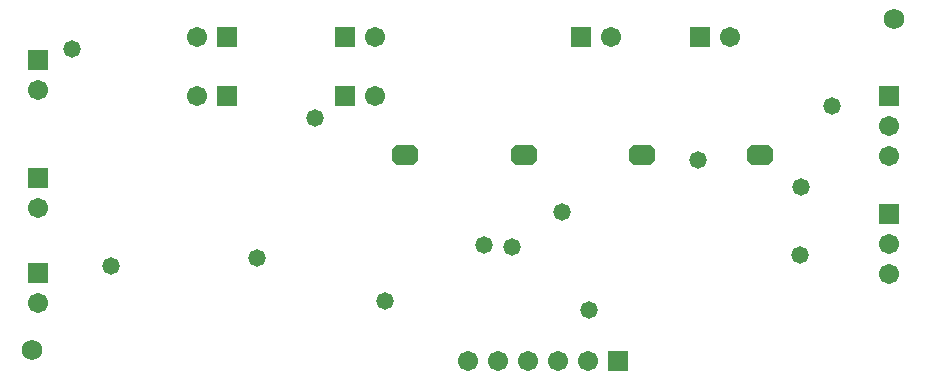
<source format=gbs>
%FSLAX25Y25*%
%MOIN*%
G70*
G01*
G75*
G04 Layer_Color=8388736*
%ADD10R,0.04921X0.06299*%
%ADD11R,0.05118X0.03937*%
%ADD12R,0.03937X0.05118*%
%ADD13R,0.07284X0.04724*%
%ADD14O,0.02362X0.08661*%
%ADD15R,0.02362X0.08661*%
%ADD16R,0.04724X0.02559*%
%ADD17R,0.02362X0.09449*%
%ADD18O,0.02362X0.09449*%
%ADD19R,0.06299X0.04921*%
G04:AMPARAMS|DCode=20|XSize=157.48mil|YSize=59.06mil|CornerRadius=14.76mil|HoleSize=0mil|Usage=FLASHONLY|Rotation=0.000|XOffset=0mil|YOffset=0mil|HoleType=Round|Shape=RoundedRectangle|*
%AMROUNDEDRECTD20*
21,1,0.15748,0.02953,0,0,0.0*
21,1,0.12795,0.05906,0,0,0.0*
1,1,0.02953,0.06398,-0.01476*
1,1,0.02953,-0.06398,-0.01476*
1,1,0.02953,-0.06398,0.01476*
1,1,0.02953,0.06398,0.01476*
%
%ADD20ROUNDEDRECTD20*%
G04:AMPARAMS|DCode=21|XSize=157.48mil|YSize=59.06mil|CornerRadius=14.76mil|HoleSize=0mil|Usage=FLASHONLY|Rotation=90.000|XOffset=0mil|YOffset=0mil|HoleType=Round|Shape=RoundedRectangle|*
%AMROUNDEDRECTD21*
21,1,0.15748,0.02953,0,0,90.0*
21,1,0.12795,0.05906,0,0,90.0*
1,1,0.02953,0.01476,0.06398*
1,1,0.02953,0.01476,-0.06398*
1,1,0.02953,-0.01476,-0.06398*
1,1,0.02953,-0.01476,0.06398*
%
%ADD21ROUNDEDRECTD21*%
%ADD22C,0.01000*%
%ADD23C,0.01200*%
%ADD24C,0.02000*%
%ADD25C,0.03937*%
%ADD26C,0.00394*%
G04:AMPARAMS|DCode=27|XSize=78.74mil|YSize=60mil|CornerRadius=0mil|HoleSize=0mil|Usage=FLASHONLY|Rotation=0.000|XOffset=0mil|YOffset=0mil|HoleType=Round|Shape=Octagon|*
%AMOCTAGOND27*
4,1,8,0.03937,-0.01500,0.03937,0.01500,0.02437,0.03000,-0.02437,0.03000,-0.03937,0.01500,-0.03937,-0.01500,-0.02437,-0.03000,0.02437,-0.03000,0.03937,-0.01500,0.0*
%
%ADD27OCTAGOND27*%

%ADD28R,0.05906X0.05906*%
%ADD29C,0.05906*%
%ADD30R,0.05906X0.05906*%
%ADD31C,0.06000*%
%ADD32C,0.05000*%
%ADD33C,0.00984*%
%ADD34C,0.00787*%
%ADD35R,0.05721X0.07099*%
%ADD36R,0.05918X0.04737*%
%ADD37R,0.04737X0.05918*%
%ADD38R,0.08083X0.05524*%
%ADD39O,0.03162X0.09461*%
%ADD40R,0.03162X0.09461*%
%ADD41R,0.05524X0.03359*%
%ADD42R,0.03162X0.10249*%
%ADD43O,0.03162X0.10249*%
%ADD44R,0.07099X0.05721*%
G04:AMPARAMS|DCode=45|XSize=165.48mil|YSize=67.06mil|CornerRadius=18.76mil|HoleSize=0mil|Usage=FLASHONLY|Rotation=0.000|XOffset=0mil|YOffset=0mil|HoleType=Round|Shape=RoundedRectangle|*
%AMROUNDEDRECTD45*
21,1,0.16548,0.02953,0,0,0.0*
21,1,0.12795,0.06706,0,0,0.0*
1,1,0.03753,0.06398,-0.01476*
1,1,0.03753,-0.06398,-0.01476*
1,1,0.03753,-0.06398,0.01476*
1,1,0.03753,0.06398,0.01476*
%
%ADD45ROUNDEDRECTD45*%
G04:AMPARAMS|DCode=46|XSize=165.48mil|YSize=67.06mil|CornerRadius=18.76mil|HoleSize=0mil|Usage=FLASHONLY|Rotation=90.000|XOffset=0mil|YOffset=0mil|HoleType=Round|Shape=RoundedRectangle|*
%AMROUNDEDRECTD46*
21,1,0.16548,0.02953,0,0,90.0*
21,1,0.12795,0.06706,0,0,90.0*
1,1,0.03753,0.01476,0.06398*
1,1,0.03753,0.01476,-0.06398*
1,1,0.03753,-0.01476,-0.06398*
1,1,0.03753,-0.01476,0.06398*
%
%ADD46ROUNDEDRECTD46*%
G04:AMPARAMS|DCode=47|XSize=86.74mil|YSize=68mil|CornerRadius=0mil|HoleSize=0mil|Usage=FLASHONLY|Rotation=0.000|XOffset=0mil|YOffset=0mil|HoleType=Round|Shape=Octagon|*
%AMOCTAGOND47*
4,1,8,0.04337,-0.01700,0.04337,0.01700,0.02637,0.03400,-0.02637,0.03400,-0.04337,0.01700,-0.04337,-0.01700,-0.02637,-0.03400,0.02637,-0.03400,0.04337,-0.01700,0.0*
%
%ADD47OCTAGOND47*%

%ADD48R,0.06706X0.06706*%
%ADD49C,0.06706*%
%ADD50R,0.06706X0.06706*%
%ADD51C,0.06800*%
%ADD52C,0.05800*%
D47*
X-176772Y253240D02*
D03*
X-137402D02*
D03*
X-98032D02*
D03*
X-58661D02*
D03*
D48*
X-15748Y272925D02*
D03*
X-299213Y213870D02*
D03*
X-15748Y233555D02*
D03*
X-299213Y284736D02*
D03*
Y245366D02*
D03*
D49*
X-15748Y262925D02*
D03*
Y252925D02*
D03*
X-299213Y203870D02*
D03*
X-115900Y184500D02*
D03*
X-125900D02*
D03*
X-135900D02*
D03*
X-145900D02*
D03*
X-155900D02*
D03*
X-186850Y272925D02*
D03*
Y292610D02*
D03*
X-68740D02*
D03*
X-108110D02*
D03*
X-15748Y223555D02*
D03*
Y213555D02*
D03*
X-299213Y274736D02*
D03*
Y235366D02*
D03*
X-246220Y292610D02*
D03*
Y272925D02*
D03*
D50*
X-105900Y184500D02*
D03*
X-196850Y272925D02*
D03*
Y292610D02*
D03*
X-78740D02*
D03*
X-118110D02*
D03*
X-236221D02*
D03*
Y272925D02*
D03*
D51*
X-301181Y188279D02*
D03*
X-13780Y298516D02*
D03*
D52*
X-226400Y218700D02*
D03*
X-287800Y288400D02*
D03*
X-124500Y234000D02*
D03*
X-45000Y242300D02*
D03*
X-45300Y219800D02*
D03*
X-206900Y265300D02*
D03*
X-183600Y204300D02*
D03*
X-79400Y251400D02*
D03*
X-141200Y222400D02*
D03*
X-34700Y269300D02*
D03*
X-150600Y223200D02*
D03*
X-115600Y201600D02*
D03*
X-274800Y216100D02*
D03*
M02*

</source>
